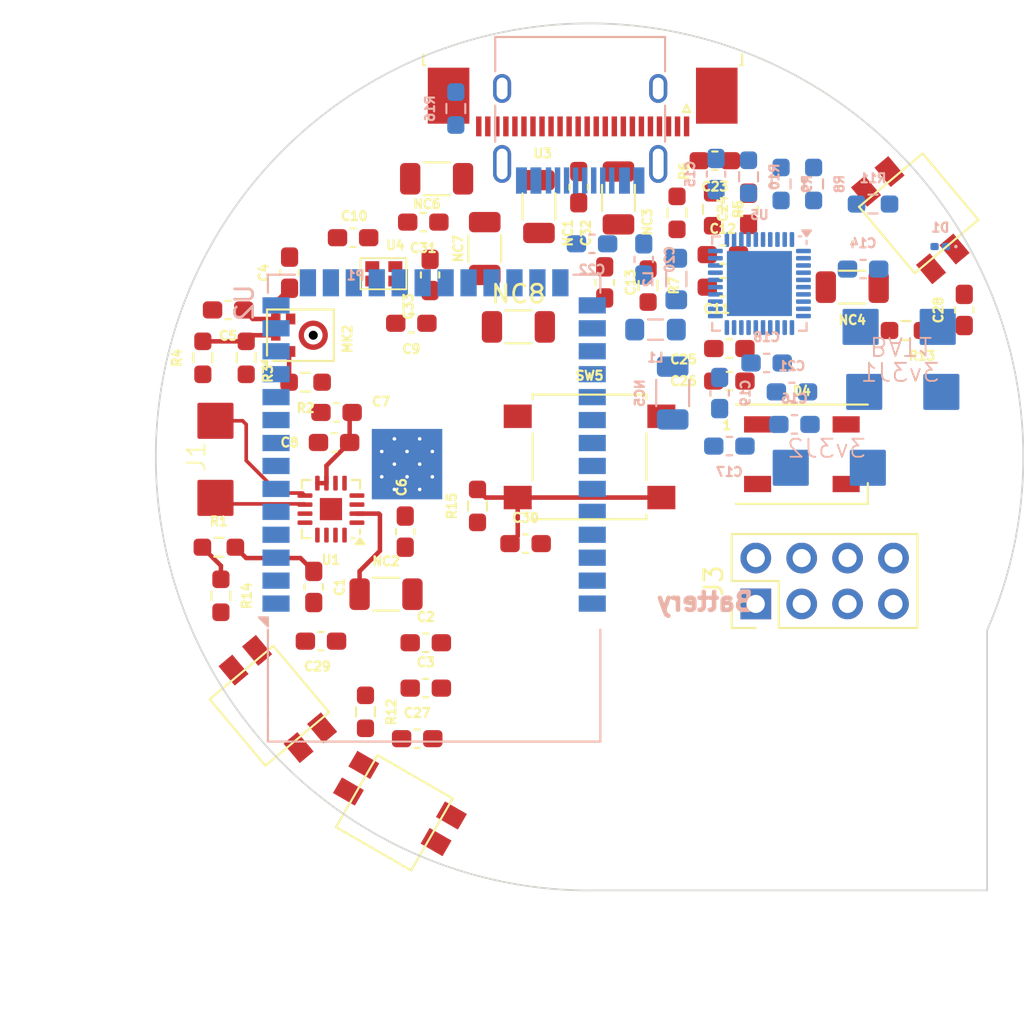
<source format=kicad_pcb>
(kicad_pcb (version 20240108) (generator "pcbnew") (generator_version "8.0")
  (layers (0 "F.Cu" signal) (31 "B.Cu" signal) (34 "B.Paste" user) (35 "F.Paste" user) (36 "B.SilkS" user "B.Silkscreen") (37 "F.SilkS" user "F.Silkscreen") (38 "B.Mask" user) (39 "F.Mask" user) (44 "Edge.Cuts" user))
  (net 0 "")
  (net 1 "GND")
  (net 2 "VBAT")
  (net 3 "EN")
  (net 4 "+3V3")
  (net 5 "VSYS")
  (net 6 "CAM_PCLK")
  (net 7 "+2V8")
  (net 8 "Net-(C13-Pad1)")
  (net 9 "Net-(U5-VREF)")
  (net 10 "VBUS")
  (net 11 "SW_L3")
  (net 12 "Net-(C28-Pad1)")
  (net 13 "SW_L2")
  (net 14 "SW_L1")
  (net 15 "Net-(D1-K)")
  (net 16 "Net-(D1-A)")
  (net 17 "+3V3CAM")
  (net 18 "Net-(U5-FB1)")
  (net 19 "LEDCNTRL")
  (net 20 "SPK_P")
  (net 21 "SPK_N")
  (net 22 "RXD")
  (net 23 "TXD")
  (net 24 "GPIO0")
  (net 25 "GPIO46")
  (net 26 "Net-(U5-LX1)")
  (net 27 "Net-(U5-LX2)")
  (net 28 "CAM_PWDN")
  (net 29 "Net-(U1-GAIN_SLOT)")
  (net 30 "CAM_RESET")
  (net 31 "PMIC_PWRON")
  (net 33 "Net-(P1-SHIELD)")
  (net 37 "Net-(MK2-LR)")
  (net 38 "Net-(MK2-SD)")
  (net 39 "I2SDAT_MIC")
  (net 40 "CAM_SDA")
  (net 41 "CAM_SCL")
  (net 44 "PMIC_IRQ")
  (net 47 "SDMODE_AMP")
  (net 50 "BCLK_AMP")
  (net 51 "I2SDAT_AMP")
  (net 53 "WS_AMP")
  (net 54 "CAM_Y3")
  (net 55 "CAM_MCLK")
  (net 56 "BCLK_MIC")
  (net 57 "CAM_Y5")
  (net 58 "CAM_Y6")
  (net 59 "WS_MIC")
  (net 60 "CAM_Y4")
  (net 61 "CAM_Y8")
  (net 62 "CAM_VSYNC")
  (net 63 "CAM_Y9")
  (net 64 "Net-(U2-IO48)")
  (net 65 "CAM_Y2")
  (net 67 "CAM_HREF")
  (net 68 "CAM_Y7")
  (net 69 "+1V5")
  (net 92 "CAM_CLKINTRNL")
  (net 94 "Net-(U3-MCLK)")
  (footprint "Capacitor_SMD:C_0603_1608Metric_Pad1.08x0.95mm_HandSolder" (layer "F.Cu") (at 140.9375 110.29)
    (property "Reference" "C2")
    (property "Value" "22u")
  )
  (footprint "Capacitor_SMD:C_0603_1608Metric_Pad1.08x0.95mm_HandSolder" (layer "F.Cu") (at 146.4625 104.8)
    (property "Reference" "C30")
    (property "Value" "100n")
  )
  (footprint "LED_SMD:LED_WS2812B_PLCC4_5.0x5.0mm_P3.2mm" (layer "F.Cu") (at 161.75 99.85)
    (property "Reference" "D4")
    (property "Value" "WS2812B")
  )
  (footprint "Resistor_SMD:R_0603_1608Metric_Pad0.98x0.95mm_HandSolder" (layer "F.Cu") (at 129.4875 105)
    (property "Reference" "R1")
    (property "Value" "10k")
  )
  (footprint "Capacitor_SMD:C_0603_1608Metric_Pad1.08x0.95mm_HandSolder" (layer "F.Cu") (at 140.8 87 180)
    (property "Reference" "C31")
    (property "Value" "100n")
  )
  (footprint "Resistor_SMD:R_0603_1608Metric_Pad0.98x0.95mm_HandSolder" (layer "F.Cu") (at 134.2875 95.8625 180)
    (property "Reference" "R2")
    (property "Value" "47k")
  )
  (footprint "Button_Switch_SMD:SW_SPST_B3S-1000" (layer "F.Cu") (at 150 100)
    (property "Reference" "SW5")
    (property "Value" "SW_Push")
  )
  (footprint "Capacitor_SMD:C_0603_1608Metric_Pad1.08x0.95mm_HandSolder" (layer "F.Cu") (at 157.3775 88.8)
    (property "Reference" "C12")
    (property "Value" "100n")
  )
  (footprint "Connector_PinHeader_2.54mm:PinHeader_2x04_P2.54mm_Vertical" (layer "F.Cu") (at 159.2 108.14 90)
    (property "Reference" "J3")
    (property "Value" "Conn_01x08_Pin")
  )
  (footprint "Resistor_SMD:R_1206_3216Metric" (layer "F.Cu") (at 138.7375 107.6)
    (property "Reference" "NC2")
    (property "Value" "0")
  )
  (footprint "Capacitor_SMD:C_0603_1608Metric_Pad1.08x0.95mm_HandSolder" (layer "F.Cu") (at 134.7375 107.2 -90)
    (property "Reference" "C1")
    (property "Value" "1u")
  )
  (footprint "Sensor_Audio:InvenSense_ICS-43434-6_3.5x2.65mm" (layer "F.Cu") (at 134 93.2625 90)
    (property "Reference" "MK2")
    (property "Value" "ICS-43434")
  )
  (footprint "Capacitor_SMD:C_0603_1608Metric_Pad1.08x0.95mm_HandSolder" (layer "F.Cu") (at 140.4625 115.6)
    (property "Reference" "C27")
    (property "Value" "100n")
  )
  (footprint "Capacitor_SMD:C_0603_1608Metric_Pad1.08x0.95mm_HandSolder" (layer "F.Cu") (at 139.8 104.1375 -90)
    (property "Reference" "C6")
    (property "Value" "22u")
  )
  (footprint "Capacitor_SMD:C_0603_1608Metric_Pad1.08x0.95mm_HandSolder" (layer "F.Cu") (at 136 97.5375 180)
    (property "Reference" "C7")
    (property "Value" "0.1u")
  )
  (footprint "Capacitor_SMD:C_0603_1608Metric_Pad1.08x0.95mm_HandSolder" (layer "F.Cu") (at 135.8625 99.2 180)
    (property "Reference" "C8")
    (property "Value" "100u")
  )
  (footprint "Capacitor_SMD:C_0603_1608Metric_Pad1.08x0.95mm_HandSolder" (layer "F.Cu") (at 133.4 89.8 90)
    (property "Reference" "C4")
    (property "Value" "22u")
  )
  (footprint "Resistor_SMD:R_0603_1608Metric_Pad0.98x0.95mm_HandSolder" (layer "F.Cu") (at 137.6 114.1125 -90)
    (property "Reference" "R12")
    (property "Value" "10k")
  )
  (footprint "Capacitor_SMD:C_0603_1608Metric_Pad1.08x0.95mm_HandSolder" (layer "F.Cu") (at 157.7375 95.8)
    (property "Reference" "C26")
    (property "Value" "10u")
  )
  (footprint "Connector_FFC-FPC:TE_2-1734839-4_1x24-1MP_P0.5mm_Horizontal" (layer "F.Cu") (at 149.62 80.35 180)
    (property "Reference" "U3")
    (property "Value" "OV5640")
  )
  (footprint "Resistor_SMD:R_0603_1608Metric_Pad0.98x0.95mm_HandSolder" (layer "F.Cu") (at 129.6 107.6875 -90)
    (property "Reference" "R14")
    (property "Value" "10k")
  )
  (footprint "Resistor_SMD:R_1206_3216Metric" (layer "F.Cu") (at 144.2 88.4625 90)
    (property "Reference" "NC7")
    (property "Value" "0")
  )
  (footprint "Package_DFN_QFN:TQFN-16-1EP_3x3mm_P0.5mm_EP1.23x1.23mm" (layer "F.Cu") (at 135.69 102.89 180)
    (property "Reference" "U1")
    (property "Value" "MAX98357A")
  )
  (footprint "Footprint_Wareit_Mic:SMD_CONNECTOR_PAD" (layer "F.Cu") (at 129.3492 100.1336 90)
    (property "Reference" "J1")
    (property "Value" "SPKOUT")
  )
  (footprint "Capacitor_SMD:C_0603_1608Metric_Pad1.08x0.95mm_HandSolder" (layer "F.Cu") (at 135.1375 110.2)
    (property "Reference" "C29")
    (property "Value" "100n")
  )
  (footprint "Resistor_SMD:R_1206_3216Metric" (layer "F.Cu") (at 146.0625 92.8)
    (property "Reference" "NC8")
    (property "Value" "0")
  )
  (footprint "Capacitor_SMD:C_0603_1608Metric_Pad1.08x0.95mm_HandSolder" (layer "F.Cu") (at 141.1775 89.925 -90)
    (property "Reference" "C33")
    (property "Value" "15p")
  )
  (footprint "Resistor_SMD:R_1206_3216Metric" (layer "F.Cu") (at 147.2 86.1375 -90)
    (property "Reference" "NC1")
    (property "Value" "0")
  )
  (footprint "Capacitor_SMD:C_0603_1608Metric_Pad1.08x0.95mm_HandSolder" (layer "F.Cu") (at 156.9375 83.6 180)
    (property "Reference" "C23")
    (property "Value" "10u")
  )
  (footprint "Resistor_SMD:R_0603_1608Metric_Pad0.98x0.95mm_HandSolder" (layer "F.Cu") (at 131 94.5125 -90)
    (property "Reference" "R3")
    (property "Value" "47k")
  )
  (footprint "Resistor_SMD:R_0603_1608Metric_Pad0.98x0.95mm_HandSolder" (layer "F.Cu") (at 154.84 86.4875 -90)
    (property "Reference" "R6")
    (property "Value" "10k")
  )
  (footprint "Capacitor_SMD:C_0603_1608Metric_Pad1.08x0.95mm_HandSolder" (layer "F.Cu") (at 157.7375 94)
    (property "Reference" "C25")
    (property "Value" "10u")
  )
  (footprint "switchLibrary:K2-1114SA-A4SW-06" (layer "F.Cu") (at 132.710755 113.433585 130)
    (property "Reference" "SW2" (hide yes))
    (property "Value" "SW_Push")
  )
  (footprint "Resistor_SMD:R_1206_3216Metric" (layer "F.Cu") (at 151.6 85.6625 90)
    (property "Reference" "NC3")
    (property "Value" "0")
  )
  (footprint "Capacitor_SMD:C_0603_1608Metric_Pad1.08x0.95mm_HandSolder" (layer "F.Cu") (at 140.9375 112.8)
    (property "Reference" "C3")
    (property "Value" "0.1u")
  )
  (footprint "Resistor_SMD:R_0603_1608Metric_Pad0.98x0.95mm_HandSolder" (layer "F.Cu") (at 167.5125 93)
    (property "Reference" "R13")
    (property "Value" "10k")
  )
  (footprint "Resistor_SMD:R_1206_3216Metric" (layer "F.Cu") (at 164.5375 90.6 180)
    (property "Reference" "NC4")
    (property "Value" "0")
  )
  (footprint "Capacitor_SMD:C_0603_1608Metric_Pad1.08x0.95mm_HandSolder" (layer "F.Cu") (at 158.8 86.2625 90)
    (property "Reference" "C24")
    (property "Value" "1u")
  )
  (footprint "Footprint_Wareit_Mic:YSO110TR" (layer "F.Cu") (at 138.6429 89.8053)
    (property "Reference" "U4")
    (property "Value" "24Mhz")
  )
  (footprint "Resistor_SMD:R_0603_1608Metric_Pad0.98x0.95mm_HandSolder" (layer "F.Cu") (at 128.6 94.5125 90)
    (property "Reference" "R4")
    (property "Value" "68")
  )
  (footprint "Capacitor_SMD:C_0603_1608Metric_Pad1.08x0.95mm_HandSolder" (layer "F.Cu") (at 170.7375 91.8625 90)
    (property "Reference" "C28")
    (property "Value" "100n")
  )
  (footprint "Capacitor_SMD:C_0603_1608Metric_Pad1.08x0.95mm_HandSolder" (layer "F.Cu") (at 130 91.8625 180)
    (property "Reference" "C5")
    (property "Value" "0.1u")
  )
  (footprint "Capacitor_SMD:C_0603_1608Metric_Pad1.08x0.95mm_HandSolder" (layer "F.Cu") (at 136.915 87.8625 180)
    (property "Reference" "C10")
    (property "Value" "100n")
  )
  (footprint "Capacitor_SMD:C_0603_1608Metric_Pad1.08x0.95mm_HandSolder" (layer "F.Cu") (at 150.84 90.3375 -90)
    (property "Reference" "C13")
    (property "Value" "100n")
  )
  (footprint "Resistor_SMD:R_0603_1608Metric_Pad0.98x0.95mm_HandSolder" (layer "F.Cu") (at 156.8 86.2875 -90)
    (property "Reference" "R5")
    (property "Value" "10k")
  )
  (footprint "Capacitor_SMD:C_0603_1608Metric_Pad1.08x0.95mm_HandSolder" (layer "F.Cu") (at 140.1375 92.6 180)
    (property "Reference" "C9")
    (property "Value" "15p")
  )
  (footprint "Capacitor_SMD:C_0603_1608Metric_Pad1.08x0.95mm_HandSolder" (layer "F.Cu") (at 157.3775 90.6)
    (property "Reference" "C11")
    (property "Value" "100n")
  )
  (footprint "switchLibrary:K2-1114SA-A4SW-06" (layer "F.Cu") (at 167.78697 86.859155 -50)
    (property "Reference" "SW4" (hide yes))
    (property "Value" "SW_Push")
  )
  (footprint "Resistor_SMD:R_0603_1608Metric_Pad0.98x0.95mm_HandSolder" (layer "F.Cu") (at 143.8 102.7125 90)
    (property "Reference" "R15")
    (property "Value" "10k")
  )
  (footprint "Resistor_SMD:R_0603_1608Metric_Pad0.98x0.95mm_HandSolder" (layer "F.Cu") (at 153.24 90.5125 -90)
    (property "Reference" "R7")
    (property "Value" "4.7k")
  )
  (footprint "Capacitor_SMD:C_0603_1608Metric_Pad1.08x0.95mm_HandSolder" (layer "F.Cu") (at 149.4 85.0625 -90)
    (property "Reference" "C32")
    (property "Value" "100n")
  )
  (footprint "Resistor_SMD:R_1206_3216Metric" (layer "F.Cu") (at 141.5375 84.6 180)
    (property "Reference" "NC6")
    (property "Value" "0")
  )
  (footprint "switchLibrary:K2-1114SA-A4SW-06" (layer "F.Cu") (at 139.481982 119.232346 150)
    (property "Reference" "SW3" (hide yes))
    (property "Value" "SW_Push")
  )
  (footprint "Resistor_SMD:R_1206_3216Metric" (layer "B.Cu") (at 154.6 96.4625 -90)
    (property "Reference" "NC5")
    (property "Value" "0")
  )
  (footprint "LED_SMD:LED_0201_0603Metric" (layer "B.Cu") (at 169.412413 88.351789 180)
    (property "Reference" "D1")
    (property "Value" "LED")
  )
  (footprint "Capacitor_SMD:C_0603_1608Metric_Pad1.08x0.95mm_HandSolder" (layer "B.Cu") (at 157.2 96.4625 90)
    (property "Reference" "C19")
    (property "Value" "22u")
  )
  (footprint "Footprint_Wareit_Mic:SMD_CONNECTOR_PAD" (layer "B.Cu") (at 167.3336 96.4508 180)
    (property "Reference" "3v3J1")
    (property "Value" "Conn_01x02_Pin")
  )
  (footprint "Resistor_SMD:R_0603_1608Metric_Pad0.98x0.95mm_HandSolder" (layer "B.Cu") (at 142.6 80.7125 -90)
    (property "Reference" "R16")
    (property "Value" "1M")
  )
  (footprint "Capacitor_SMD:C_0603_1608Metric_Pad1.08x0.95mm_HandSolder" (layer "B.Cu") (at 161.2 96.4 180)
    (property "Reference" "C21")
    (property "Value" "10u")
  )
  (footprint "Capacitor_SMD:C_0603_1608Metric_Pad1.08x0.95mm_HandSolder" (layer "B.Cu") (at 161.3375 98.2 180)
    (property "Reference" "C16")
    (property "Value" "22u")
  )
  (footprint "Resistor_SMD:R_0603_1608Metric_Pad0.98x0.95mm_HandSolder" (layer "B.Cu") (at 165.6875 86 180)
    (property "Reference" "R11")
    (property "Value" "1k")
  )
  (footprint "Capacitor_SMD:C_0603_1608Metric_Pad1.08x0.95mm_HandSolder" (layer "B.Cu") (at 165.1375 89.6 180)
    (property "Reference" "C14")
    (property "Value" "1u")
  )
  (footprint "RF_Module:ESP32-S3-WROOM-1" (layer "B.Cu") (at 141.4 102.86)
    (property "Reference" "U2")
    (property "Value" "ESP32-S3-WROOM-1")
  )
  (footprint "Resistor_SMD:R_0603_1608Metric_Pad0.98x0.95mm_HandSolder" (layer "B.Cu") (at 160.6 84.8875 90)
    (property "Reference" "R9")
    (property "Value" "10k")
  )
  (footprint "Resistor_SMD:R_0603_1608Metric_Pad0.98x0.95mm_HandSolder" (layer "B.Cu") (at 158.8 84.4875 90)
    (property "Reference" "R10")
    (property "Value" "4.7k")
  )
  (footprint "Capacitor_SMD:C_0603_1608Metric_Pad1.08x0.95mm_HandSolder" (layer "B.Cu") (at 157 84.3375 -90)
    (property "Reference" "C15")
    (property "Value" "10u")
  )
  (footprint "Package_DFN_QFN:QFN-40-1EP_5x5mm_P0.4mm_EP3.6x3.6mm" (layer "B.Cu") (at 159.4 90.4 180)
    (property "Reference" "U5")
    (property "Value" "AXP2101")
  )
  (footprint "Capacitor_SMD:C_0603_1608Metric_Pad1.08x0.95mm_HandSolder" (layer "B.Cu") (at 159.8 94.8 180)
    (property "Reference" "C18")
    (property "Value" "10u")
  )
  (footprint "Capacitor_SMD:C_0603_1608Metric_Pad1.08x0.95mm_HandSolder" (layer "B.Cu") (at 150.1375 88.2)
    (property "Reference" "C22")
    (property "Value" "22u")
  )
  (footprint "Connector_USB:USB_C_Receptacle_HRO_TYPE-C-31-M-12" (layer "B.Cu") (at 149.48 80.65)
    (property "Reference" "P1")
    (property "Value" "USB_C_Plug_USB2.0")
  )
  (footprint "Resistor_SMD:R_0603_1608Metric_Pad0.98x0.95mm_HandSolder" (layer "B.Cu") (at 162.4 84.8875 90)
    (property "Reference" "R8")
    (property "Value" "10k")
  )
  (footprint "Inductor_SMD:L_0805_2012Metric_Pad1.05x1.20mm_HandSolder" (layer "B.Cu") (at 153.65 92.95)
    (property "Reference" "L1")
    (property "Value" "1u")
  )
  (footprint "Capacitor_SMD:C_0603_1608Metric_Pad1.08x0.95mm_HandSolder" (layer "B.Cu") (at 157.7375 99.4)
    (property "Reference" "C17")
    (property "Value" "22u")
  )
  (footprint "Footprint_Wareit_Mic:SMD_CONNECTOR_PAD" (layer "B.Cu") (at 163.2664 100.6508 180)
    (property "Reference" "3v3J2")
    (property "Value" "Conn_01x02_Pin")
  )
  (footprint "Footprint_Wareit_Mic:SMD_CONNECTOR_PAD" (layer "B.Cu") (at 167.1336 92.7492)
    (property "Reference" "BAT1")
    (property "Value" "Conn_01x02_Pin")
  )
  (footprint "Inductor_SMD:L_0805_2012Metric_Pad1.05x1.20mm_HandSolder" (layer "B.Cu") (at 154.8 90.15 -90)
    (property "Reference" "L2")
    (property "Value" "1u")
  )
  (footprint "Capacitor_SMD:C_0603_1608Metric_Pad1.08x0.95mm_HandSolder" (layer "B.Cu") (at 153 89.0625 90)
    (property "Reference" "C20")
    (property "Value" "10u")
  )
  (gr_line (start 172 109.6) (end 172 124) (stroke (width 0.1)) (layer "Edge.Cuts"))
  (gr_line (start 150 124) (end 172 124) (stroke (width 0.1)) (layer "Edge.Cuts"))
  (gr_arc (start 150 124.003333) (mid 136.852225 79.917769) (end 172 109.6) (stroke (width 0.1)) (layer "Edge.Cuts"))
  (gr_text "Battery" (at 159.2 108.6 -0) (layer "B.SilkS") (effects (font (size 1 1) (thickness 0.25) (bold yes)) (justify left bottom mirror)))
  (segment (start 134.7375 106.3375) (end 134 105.6) (width 0.25) (layer "F.Cu") (net 3))
  (segment (start 134 105.6) (end 131 105.6) (width 0.25) (layer "F.Cu") (net 3))
  (segment (start 131 105.6) (end 130.4 105) (width 0.25) (layer "F.Cu") (net 3))
  (segment (start 131.3625 92.3625) (end 132.636 92.3625) (width 0.25) (layer "F.Cu") (net 4))
  (segment (start 129.6 106.775) (end 129.6 106.025) (width 0.25) (layer "F.Cu") (net 4))
  (segment (start 130.8625 91.8625) (end 131.3625 92.3625) (width 0.25) (layer "F.Cu") (net 4))
  (segment (start 132.636 91.4265) (end 133.4 90.6625) (width 0.25) (layer "F.Cu") (net 4))
  (segment (start 129.6 106.025) (end 128.575 105) (width 0.25) (layer "F.Cu") (net 4))
  (segment (start 132.636 92.3625) (end 132.636 91.4265) (width 0.25) (layer "F.Cu") (net 4))
  (segment (start 136.725 97.675) (end 136.8625 97.5375) (width 0.25) (layer "F.Cu") (net 5))
  (segment (start 135.44 100.485) (end 136.725 99.2) (width 0.25) (layer "F.Cu") (net 5))
  (segment (start 135.44 101.4525) (end 135.44 100.485) (width 0.25) (layer "F.Cu") (net 5))
  (segment (start 136.725 99.2) (end 136.725 97.675) (width 0.25) (layer "F.Cu") (net 5))
  (segment (start 135.44 101.4525) (end 134.94 101.4525) (width 0.25) (layer "F.Cu") (net 5))
  (segment (start 146.025 102.25) (end 153.975 102.25) (width 0.25) (layer "F.Cu") (net 14))
  (segment (start 146.025 104.375) (end 145.6 104.8) (width 0.25) (layer "F.Cu") (net 14))
  (segment (start 144.25 102.25) (end 146.025 102.25) (width 0.25) (layer "F.Cu") (net 14))
  (segment (start 146.025 102.25) (end 146.025 104.375) (width 0.25) (layer "F.Cu") (net 14))
  (segment (start 143.8 101.8) (end 144.25 102.25) (width 0.25) (layer "F.Cu") (net 14))
  (segment (start 132.8 102) (end 134.1125 102) (width 0.2) (layer "F.Cu") (net 20))
  (segment (start 134.1125 102) (end 134.2525 102.14) (width 0.2) (layer "F.Cu") (net 20))
  (segment (start 129.2984 98) (end 130.8 98) (width 0.2) (layer "F.Cu") (net 20))
  (segment (start 130.8 98) (end 131 98.2) (width 0.2) (layer "F.Cu") (net 20))
  (segment (start 131 98.2) (end 131 100.2) (width 0.2) (layer "F.Cu") (net 20))
  (segment (start 131 100.2) (end 132.8 102) (width 0.2) (layer "F.Cu") (net 20))
  (segment (start 129.2984 102.2672) (end 129.6312 102.6) (width 0.2) (layer "F.Cu") (net 21))
  (segment (start 129.6312 102.6) (end 134.2125 102.6) (width 0.2) (layer "F.Cu") (net 21))
  (segment (start 134.2125 102.6) (end 134.2525 102.64) (width 0.2) (layer "F.Cu") (net 21))
  (segment (start 138.34 103.14) (end 138.4 103.2) (width 0.25) (layer "F.Cu") (net 29))
  (segment (start 137.1275 103.14) (end 138.34 103.14) (width 0.25) (layer "F.Cu") (net 29))
  (segment (start 138.4 105.2) (end 138.4 103.2) (width 0.25) (layer "F.Cu") (net 29))
  (segment (start 137.275 106.325) (end 138.4 105.2) (width 0.25) (layer "F.Cu") (net 29))
  (segment (start 137.275 107.6) (end 137.275 106.325) (width 0.25) (layer "F.Cu") (net 29))
  (segment (start 133.375 94.2455) (end 133.458 94.1625) (width 0.25) (layer "F.Cu") (net 37))
  (segment (start 133.375 95.8625) (end 133.375 94.2455) (width 0.25) (layer "F.Cu") (net 37))
  (segment (start 128.6 93.6) (end 131 93.6) (width 0.25) (layer "F.Cu") (net 38))
  (segment (start 131 93.6) (end 131.3375 93.2625) (width 0.25) (layer "F.Cu") (net 38))
  (segment (start 131.3375 93.2625) (end 132.636 93.2625) (width 0.25) (layer "F.Cu") (net 38))
)
</source>
